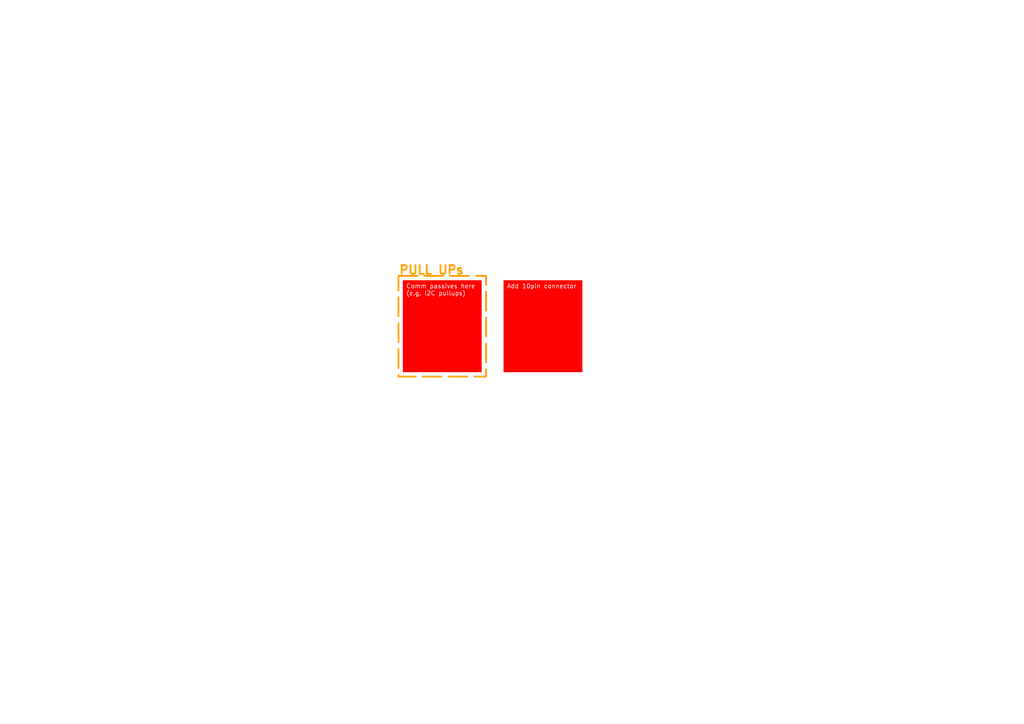
<source format=kicad_sch>
(kicad_sch
	(version 20250114)
	(generator "eeschema")
	(generator_version "9.0")
	(uuid "418d76ff-28e8-4174-bf1d-f9c2311d9224")
	(paper "A4")
	(lib_symbols)
	(rectangle
		(start 115.57 80.01)
		(end 140.97 109.22)
		(stroke
			(width 0.5)
			(type dash)
			(color 255 153 0 1)
		)
		(fill
			(type none)
		)
		(uuid 32b51835-dc29-455d-976d-c6a7dadab6b3)
	)
	(text "PULL UPs"
		(exclude_from_sim no)
		(at 115.57 80.01 0)
		(effects
			(font
				(size 2.54 2.54)
				(thickness 0.508)
				(bold yes)
				(color 255 153 0 1)
			)
			(justify left bottom)
		)
		(uuid "d72edd12-9cc8-40c3-8a03-da0943369544")
	)
	(text_box "Comm passives here (e.g. I2C pullups)"
		(exclude_from_sim no)
		(at 116.84 81.28 0)
		(size 22.86 26.67)
		(margins 0.9525 0.9525 0.9525 0.9525)
		(stroke
			(width -0.0001)
			(type solid)
		)
		(fill
			(type color)
			(color 255 0 0 1)
		)
		(effects
			(font
				(size 1.27 1.27)
				(color 255 255 255 1)
			)
			(justify left top)
		)
		(uuid "c979a559-eac6-404d-9b18-eb9c70106ed8")
	)
	(text_box "Add 10pin connector"
		(exclude_from_sim no)
		(at 146.05 81.28 0)
		(size 22.86 26.67)
		(margins 0.9525 0.9525 0.9525 0.9525)
		(stroke
			(width -0.0001)
			(type solid)
		)
		(fill
			(type color)
			(color 255 0 0 1)
		)
		(effects
			(font
				(size 1.27 1.27)
				(color 255 255 255 1)
			)
			(justify left top)
		)
		(uuid "e99f5f1d-8b45-4356-8cf3-d181c60c81ed")
	)
)

</source>
